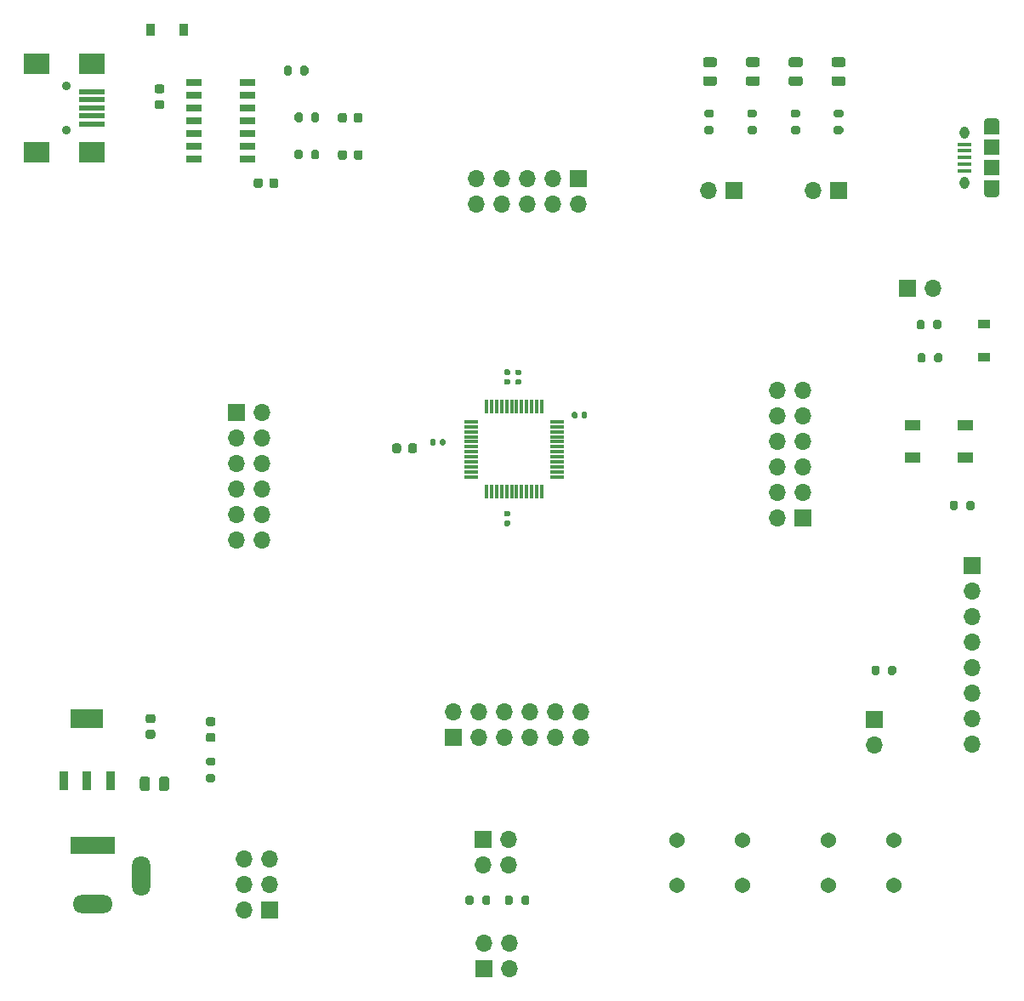
<source format=gts>
G04 #@! TF.GenerationSoftware,KiCad,Pcbnew,(5.1.10)-1*
G04 #@! TF.CreationDate,2022-01-02T12:56:15-07:00*
G04 #@! TF.ProjectId,SAMD21,53414d44-3231-42e6-9b69-6361645f7063,rev?*
G04 #@! TF.SameCoordinates,Original*
G04 #@! TF.FileFunction,Soldermask,Top*
G04 #@! TF.FilePolarity,Negative*
%FSLAX46Y46*%
G04 Gerber Fmt 4.6, Leading zero omitted, Abs format (unit mm)*
G04 Created by KiCad (PCBNEW (5.1.10)-1) date 2022-01-02 12:56:15*
%MOMM*%
%LPD*%
G01*
G04 APERTURE LIST*
%ADD10O,1.550000X0.890000*%
%ADD11R,1.550000X1.200000*%
%ADD12R,1.550000X1.500000*%
%ADD13O,0.950000X1.250000*%
%ADD14R,1.350000X0.400000*%
%ADD15R,4.400000X1.800000*%
%ADD16O,4.000000X1.800000*%
%ADD17O,1.800000X4.000000*%
%ADD18O,1.700000X1.700000*%
%ADD19R,1.700000X1.700000*%
%ADD20C,1.540000*%
%ADD21R,1.550000X1.000000*%
%ADD22C,0.900000*%
%ADD23R,2.500000X0.500000*%
%ADD24R,2.500000X2.000000*%
%ADD25R,1.500000X0.650000*%
%ADD26R,3.200000X1.850000*%
%ADD27R,0.900000X1.850000*%
%ADD28R,0.300000X1.475000*%
%ADD29R,1.475000X0.300000*%
%ADD30R,0.900000X1.200000*%
%ADD31R,1.200000X0.900000*%
G04 APERTURE END LIST*
D10*
X162550000Y-52450000D03*
X162550000Y-59450000D03*
D11*
X162550000Y-53050000D03*
X162550000Y-58850000D03*
D12*
X162550000Y-54950000D03*
X162550000Y-56950000D03*
D13*
X159850000Y-53450000D03*
X159850000Y-58450000D03*
D14*
X159850000Y-54650000D03*
X159850000Y-55300000D03*
X159850000Y-55950000D03*
X159850000Y-56600000D03*
X159850000Y-57250000D03*
D15*
X73050000Y-124450000D03*
D16*
X73050000Y-130250000D03*
D17*
X77850000Y-127450000D03*
G36*
G01*
X147756250Y-46950000D02*
X146843750Y-46950000D01*
G75*
G02*
X146600000Y-46706250I0J243750D01*
G01*
X146600000Y-46218750D01*
G75*
G02*
X146843750Y-45975000I243750J0D01*
G01*
X147756250Y-45975000D01*
G75*
G02*
X148000000Y-46218750I0J-243750D01*
G01*
X148000000Y-46706250D01*
G75*
G02*
X147756250Y-46950000I-243750J0D01*
G01*
G37*
G36*
G01*
X147756250Y-48825000D02*
X146843750Y-48825000D01*
G75*
G02*
X146600000Y-48581250I0J243750D01*
G01*
X146600000Y-48093750D01*
G75*
G02*
X146843750Y-47850000I243750J0D01*
G01*
X147756250Y-47850000D01*
G75*
G02*
X148000000Y-48093750I0J-243750D01*
G01*
X148000000Y-48581250D01*
G75*
G02*
X147756250Y-48825000I-243750J0D01*
G01*
G37*
G36*
G01*
X143489582Y-46950000D02*
X142577082Y-46950000D01*
G75*
G02*
X142333332Y-46706250I0J243750D01*
G01*
X142333332Y-46218750D01*
G75*
G02*
X142577082Y-45975000I243750J0D01*
G01*
X143489582Y-45975000D01*
G75*
G02*
X143733332Y-46218750I0J-243750D01*
G01*
X143733332Y-46706250D01*
G75*
G02*
X143489582Y-46950000I-243750J0D01*
G01*
G37*
G36*
G01*
X143489582Y-48825000D02*
X142577082Y-48825000D01*
G75*
G02*
X142333332Y-48581250I0J243750D01*
G01*
X142333332Y-48093750D01*
G75*
G02*
X142577082Y-47850000I243750J0D01*
G01*
X143489582Y-47850000D01*
G75*
G02*
X143733332Y-48093750I0J-243750D01*
G01*
X143733332Y-48581250D01*
G75*
G02*
X143489582Y-48825000I-243750J0D01*
G01*
G37*
G36*
G01*
X139222916Y-46950000D02*
X138310416Y-46950000D01*
G75*
G02*
X138066666Y-46706250I0J243750D01*
G01*
X138066666Y-46218750D01*
G75*
G02*
X138310416Y-45975000I243750J0D01*
G01*
X139222916Y-45975000D01*
G75*
G02*
X139466666Y-46218750I0J-243750D01*
G01*
X139466666Y-46706250D01*
G75*
G02*
X139222916Y-46950000I-243750J0D01*
G01*
G37*
G36*
G01*
X139222916Y-48825000D02*
X138310416Y-48825000D01*
G75*
G02*
X138066666Y-48581250I0J243750D01*
G01*
X138066666Y-48093750D01*
G75*
G02*
X138310416Y-47850000I243750J0D01*
G01*
X139222916Y-47850000D01*
G75*
G02*
X139466666Y-48093750I0J-243750D01*
G01*
X139466666Y-48581250D01*
G75*
G02*
X139222916Y-48825000I-243750J0D01*
G01*
G37*
G36*
G01*
X134956250Y-46950000D02*
X134043750Y-46950000D01*
G75*
G02*
X133800000Y-46706250I0J243750D01*
G01*
X133800000Y-46218750D01*
G75*
G02*
X134043750Y-45975000I243750J0D01*
G01*
X134956250Y-45975000D01*
G75*
G02*
X135200000Y-46218750I0J-243750D01*
G01*
X135200000Y-46706250D01*
G75*
G02*
X134956250Y-46950000I-243750J0D01*
G01*
G37*
G36*
G01*
X134956250Y-48825000D02*
X134043750Y-48825000D01*
G75*
G02*
X133800000Y-48581250I0J243750D01*
G01*
X133800000Y-48093750D01*
G75*
G02*
X134043750Y-47850000I243750J0D01*
G01*
X134956250Y-47850000D01*
G75*
G02*
X135200000Y-48093750I0J-243750D01*
G01*
X135200000Y-48581250D01*
G75*
G02*
X134956250Y-48825000I-243750J0D01*
G01*
G37*
D18*
X88160000Y-125820000D03*
X90700000Y-125820000D03*
X88160000Y-128360000D03*
X90700000Y-128360000D03*
X88160000Y-130900000D03*
D19*
X90700000Y-130900000D03*
D18*
X141200000Y-79120000D03*
X143740000Y-79120000D03*
X141200000Y-81660000D03*
X143740000Y-81660000D03*
X141200000Y-84200000D03*
X143740000Y-84200000D03*
X141200000Y-86740000D03*
X143740000Y-86740000D03*
X141200000Y-89280000D03*
X143740000Y-89280000D03*
X141200000Y-91820000D03*
D19*
X143740000Y-91820000D03*
D20*
X137700000Y-128400000D03*
X131200000Y-128400000D03*
X137700000Y-123900000D03*
X131200000Y-123900000D03*
X152800000Y-128400000D03*
X146300000Y-128400000D03*
X152800000Y-123900000D03*
X146300000Y-123900000D03*
D21*
X154675000Y-82600000D03*
X159925000Y-82600000D03*
X154675000Y-85800000D03*
X159925000Y-85800000D03*
G36*
G01*
X152225000Y-107275000D02*
X152225000Y-106725000D01*
G75*
G02*
X152425000Y-106525000I200000J0D01*
G01*
X152825000Y-106525000D01*
G75*
G02*
X153025000Y-106725000I0J-200000D01*
G01*
X153025000Y-107275000D01*
G75*
G02*
X152825000Y-107475000I-200000J0D01*
G01*
X152425000Y-107475000D01*
G75*
G02*
X152225000Y-107275000I0J200000D01*
G01*
G37*
G36*
G01*
X150575000Y-107275000D02*
X150575000Y-106725000D01*
G75*
G02*
X150775000Y-106525000I200000J0D01*
G01*
X151175000Y-106525000D01*
G75*
G02*
X151375000Y-106725000I0J-200000D01*
G01*
X151375000Y-107275000D01*
G75*
G02*
X151175000Y-107475000I-200000J0D01*
G01*
X150775000Y-107475000D01*
G75*
G02*
X150575000Y-107275000I0J200000D01*
G01*
G37*
G36*
G01*
X110975000Y-129625000D02*
X110975000Y-130175000D01*
G75*
G02*
X110775000Y-130375000I-200000J0D01*
G01*
X110375000Y-130375000D01*
G75*
G02*
X110175000Y-130175000I0J200000D01*
G01*
X110175000Y-129625000D01*
G75*
G02*
X110375000Y-129425000I200000J0D01*
G01*
X110775000Y-129425000D01*
G75*
G02*
X110975000Y-129625000I0J-200000D01*
G01*
G37*
G36*
G01*
X112625000Y-129625000D02*
X112625000Y-130175000D01*
G75*
G02*
X112425000Y-130375000I-200000J0D01*
G01*
X112025000Y-130375000D01*
G75*
G02*
X111825000Y-130175000I0J200000D01*
G01*
X111825000Y-129625000D01*
G75*
G02*
X112025000Y-129425000I200000J0D01*
G01*
X112425000Y-129425000D01*
G75*
G02*
X112625000Y-129625000I0J-200000D01*
G01*
G37*
G36*
G01*
X94800000Y-52235000D02*
X94800000Y-51685000D01*
G75*
G02*
X95000000Y-51485000I200000J0D01*
G01*
X95400000Y-51485000D01*
G75*
G02*
X95600000Y-51685000I0J-200000D01*
G01*
X95600000Y-52235000D01*
G75*
G02*
X95400000Y-52435000I-200000J0D01*
G01*
X95000000Y-52435000D01*
G75*
G02*
X94800000Y-52235000I0J200000D01*
G01*
G37*
G36*
G01*
X93150000Y-52235000D02*
X93150000Y-51685000D01*
G75*
G02*
X93350000Y-51485000I200000J0D01*
G01*
X93750000Y-51485000D01*
G75*
G02*
X93950000Y-51685000I0J-200000D01*
G01*
X93950000Y-52235000D01*
G75*
G02*
X93750000Y-52435000I-200000J0D01*
G01*
X93350000Y-52435000D01*
G75*
G02*
X93150000Y-52235000I0J200000D01*
G01*
G37*
G36*
G01*
X94800000Y-55935000D02*
X94800000Y-55385000D01*
G75*
G02*
X95000000Y-55185000I200000J0D01*
G01*
X95400000Y-55185000D01*
G75*
G02*
X95600000Y-55385000I0J-200000D01*
G01*
X95600000Y-55935000D01*
G75*
G02*
X95400000Y-56135000I-200000J0D01*
G01*
X95000000Y-56135000D01*
G75*
G02*
X94800000Y-55935000I0J200000D01*
G01*
G37*
G36*
G01*
X93150000Y-55935000D02*
X93150000Y-55385000D01*
G75*
G02*
X93350000Y-55185000I200000J0D01*
G01*
X93750000Y-55185000D01*
G75*
G02*
X93950000Y-55385000I0J-200000D01*
G01*
X93950000Y-55935000D01*
G75*
G02*
X93750000Y-56135000I-200000J0D01*
G01*
X93350000Y-56135000D01*
G75*
G02*
X93150000Y-55935000I0J200000D01*
G01*
G37*
G36*
G01*
X115725000Y-130175000D02*
X115725000Y-129625000D01*
G75*
G02*
X115925000Y-129425000I200000J0D01*
G01*
X116325000Y-129425000D01*
G75*
G02*
X116525000Y-129625000I0J-200000D01*
G01*
X116525000Y-130175000D01*
G75*
G02*
X116325000Y-130375000I-200000J0D01*
G01*
X115925000Y-130375000D01*
G75*
G02*
X115725000Y-130175000I0J200000D01*
G01*
G37*
G36*
G01*
X114075000Y-130175000D02*
X114075000Y-129625000D01*
G75*
G02*
X114275000Y-129425000I200000J0D01*
G01*
X114675000Y-129425000D01*
G75*
G02*
X114875000Y-129625000I0J-200000D01*
G01*
X114875000Y-130175000D01*
G75*
G02*
X114675000Y-130375000I-200000J0D01*
G01*
X114275000Y-130375000D01*
G75*
G02*
X114075000Y-130175000I0J200000D01*
G01*
G37*
G36*
G01*
X92875000Y-47025000D02*
X92875000Y-47575000D01*
G75*
G02*
X92675000Y-47775000I-200000J0D01*
G01*
X92275000Y-47775000D01*
G75*
G02*
X92075000Y-47575000I0J200000D01*
G01*
X92075000Y-47025000D01*
G75*
G02*
X92275000Y-46825000I200000J0D01*
G01*
X92675000Y-46825000D01*
G75*
G02*
X92875000Y-47025000I0J-200000D01*
G01*
G37*
G36*
G01*
X94525000Y-47025000D02*
X94525000Y-47575000D01*
G75*
G02*
X94325000Y-47775000I-200000J0D01*
G01*
X93925000Y-47775000D01*
G75*
G02*
X93725000Y-47575000I0J200000D01*
G01*
X93725000Y-47025000D01*
G75*
G02*
X93925000Y-46825000I200000J0D01*
G01*
X94325000Y-46825000D01*
G75*
G02*
X94525000Y-47025000I0J-200000D01*
G01*
G37*
G36*
G01*
X147025000Y-52825000D02*
X147575000Y-52825000D01*
G75*
G02*
X147775000Y-53025000I0J-200000D01*
G01*
X147775000Y-53425000D01*
G75*
G02*
X147575000Y-53625000I-200000J0D01*
G01*
X147025000Y-53625000D01*
G75*
G02*
X146825000Y-53425000I0J200000D01*
G01*
X146825000Y-53025000D01*
G75*
G02*
X147025000Y-52825000I200000J0D01*
G01*
G37*
G36*
G01*
X147025000Y-51175000D02*
X147575000Y-51175000D01*
G75*
G02*
X147775000Y-51375000I0J-200000D01*
G01*
X147775000Y-51775000D01*
G75*
G02*
X147575000Y-51975000I-200000J0D01*
G01*
X147025000Y-51975000D01*
G75*
G02*
X146825000Y-51775000I0J200000D01*
G01*
X146825000Y-51375000D01*
G75*
G02*
X147025000Y-51175000I200000J0D01*
G01*
G37*
G36*
G01*
X142725000Y-52825000D02*
X143275000Y-52825000D01*
G75*
G02*
X143475000Y-53025000I0J-200000D01*
G01*
X143475000Y-53425000D01*
G75*
G02*
X143275000Y-53625000I-200000J0D01*
G01*
X142725000Y-53625000D01*
G75*
G02*
X142525000Y-53425000I0J200000D01*
G01*
X142525000Y-53025000D01*
G75*
G02*
X142725000Y-52825000I200000J0D01*
G01*
G37*
G36*
G01*
X142725000Y-51175000D02*
X143275000Y-51175000D01*
G75*
G02*
X143475000Y-51375000I0J-200000D01*
G01*
X143475000Y-51775000D01*
G75*
G02*
X143275000Y-51975000I-200000J0D01*
G01*
X142725000Y-51975000D01*
G75*
G02*
X142525000Y-51775000I0J200000D01*
G01*
X142525000Y-51375000D01*
G75*
G02*
X142725000Y-51175000I200000J0D01*
G01*
G37*
G36*
G01*
X138425000Y-52825000D02*
X138975000Y-52825000D01*
G75*
G02*
X139175000Y-53025000I0J-200000D01*
G01*
X139175000Y-53425000D01*
G75*
G02*
X138975000Y-53625000I-200000J0D01*
G01*
X138425000Y-53625000D01*
G75*
G02*
X138225000Y-53425000I0J200000D01*
G01*
X138225000Y-53025000D01*
G75*
G02*
X138425000Y-52825000I200000J0D01*
G01*
G37*
G36*
G01*
X138425000Y-51175000D02*
X138975000Y-51175000D01*
G75*
G02*
X139175000Y-51375000I0J-200000D01*
G01*
X139175000Y-51775000D01*
G75*
G02*
X138975000Y-51975000I-200000J0D01*
G01*
X138425000Y-51975000D01*
G75*
G02*
X138225000Y-51775000I0J200000D01*
G01*
X138225000Y-51375000D01*
G75*
G02*
X138425000Y-51175000I200000J0D01*
G01*
G37*
G36*
G01*
X134125000Y-52825000D02*
X134675000Y-52825000D01*
G75*
G02*
X134875000Y-53025000I0J-200000D01*
G01*
X134875000Y-53425000D01*
G75*
G02*
X134675000Y-53625000I-200000J0D01*
G01*
X134125000Y-53625000D01*
G75*
G02*
X133925000Y-53425000I0J200000D01*
G01*
X133925000Y-53025000D01*
G75*
G02*
X134125000Y-52825000I200000J0D01*
G01*
G37*
G36*
G01*
X134125000Y-51175000D02*
X134675000Y-51175000D01*
G75*
G02*
X134875000Y-51375000I0J-200000D01*
G01*
X134875000Y-51775000D01*
G75*
G02*
X134675000Y-51975000I-200000J0D01*
G01*
X134125000Y-51975000D01*
G75*
G02*
X133925000Y-51775000I0J200000D01*
G01*
X133925000Y-51375000D01*
G75*
G02*
X134125000Y-51175000I200000J0D01*
G01*
G37*
G36*
G01*
X156825000Y-76175000D02*
X156825000Y-75625000D01*
G75*
G02*
X157025000Y-75425000I200000J0D01*
G01*
X157425000Y-75425000D01*
G75*
G02*
X157625000Y-75625000I0J-200000D01*
G01*
X157625000Y-76175000D01*
G75*
G02*
X157425000Y-76375000I-200000J0D01*
G01*
X157025000Y-76375000D01*
G75*
G02*
X156825000Y-76175000I0J200000D01*
G01*
G37*
G36*
G01*
X155175000Y-76175000D02*
X155175000Y-75625000D01*
G75*
G02*
X155375000Y-75425000I200000J0D01*
G01*
X155775000Y-75425000D01*
G75*
G02*
X155975000Y-75625000I0J-200000D01*
G01*
X155975000Y-76175000D01*
G75*
G02*
X155775000Y-76375000I-200000J0D01*
G01*
X155375000Y-76375000D01*
G75*
G02*
X155175000Y-76175000I0J200000D01*
G01*
G37*
G36*
G01*
X155875000Y-72325000D02*
X155875000Y-72875000D01*
G75*
G02*
X155675000Y-73075000I-200000J0D01*
G01*
X155275000Y-73075000D01*
G75*
G02*
X155075000Y-72875000I0J200000D01*
G01*
X155075000Y-72325000D01*
G75*
G02*
X155275000Y-72125000I200000J0D01*
G01*
X155675000Y-72125000D01*
G75*
G02*
X155875000Y-72325000I0J-200000D01*
G01*
G37*
G36*
G01*
X157525000Y-72325000D02*
X157525000Y-72875000D01*
G75*
G02*
X157325000Y-73075000I-200000J0D01*
G01*
X156925000Y-73075000D01*
G75*
G02*
X156725000Y-72875000I0J200000D01*
G01*
X156725000Y-72325000D01*
G75*
G02*
X156925000Y-72125000I200000J0D01*
G01*
X157325000Y-72125000D01*
G75*
G02*
X157525000Y-72325000I0J-200000D01*
G01*
G37*
G36*
G01*
X84525000Y-117325000D02*
X85075000Y-117325000D01*
G75*
G02*
X85275000Y-117525000I0J-200000D01*
G01*
X85275000Y-117925000D01*
G75*
G02*
X85075000Y-118125000I-200000J0D01*
G01*
X84525000Y-118125000D01*
G75*
G02*
X84325000Y-117925000I0J200000D01*
G01*
X84325000Y-117525000D01*
G75*
G02*
X84525000Y-117325000I200000J0D01*
G01*
G37*
G36*
G01*
X84525000Y-115675000D02*
X85075000Y-115675000D01*
G75*
G02*
X85275000Y-115875000I0J-200000D01*
G01*
X85275000Y-116275000D01*
G75*
G02*
X85075000Y-116475000I-200000J0D01*
G01*
X84525000Y-116475000D01*
G75*
G02*
X84325000Y-116275000I0J200000D01*
G01*
X84325000Y-115875000D01*
G75*
G02*
X84525000Y-115675000I200000J0D01*
G01*
G37*
G36*
G01*
X160025000Y-90875000D02*
X160025000Y-90325000D01*
G75*
G02*
X160225000Y-90125000I200000J0D01*
G01*
X160625000Y-90125000D01*
G75*
G02*
X160825000Y-90325000I0J-200000D01*
G01*
X160825000Y-90875000D01*
G75*
G02*
X160625000Y-91075000I-200000J0D01*
G01*
X160225000Y-91075000D01*
G75*
G02*
X160025000Y-90875000I0J200000D01*
G01*
G37*
G36*
G01*
X158375000Y-90875000D02*
X158375000Y-90325000D01*
G75*
G02*
X158575000Y-90125000I200000J0D01*
G01*
X158975000Y-90125000D01*
G75*
G02*
X159175000Y-90325000I0J-200000D01*
G01*
X159175000Y-90875000D01*
G75*
G02*
X158975000Y-91075000I-200000J0D01*
G01*
X158575000Y-91075000D01*
G75*
G02*
X158375000Y-90875000I0J200000D01*
G01*
G37*
G36*
G01*
X103750000Y-84643750D02*
X103750000Y-85156250D01*
G75*
G02*
X103531250Y-85375000I-218750J0D01*
G01*
X103093750Y-85375000D01*
G75*
G02*
X102875000Y-85156250I0J218750D01*
G01*
X102875000Y-84643750D01*
G75*
G02*
X103093750Y-84425000I218750J0D01*
G01*
X103531250Y-84425000D01*
G75*
G02*
X103750000Y-84643750I0J-218750D01*
G01*
G37*
G36*
G01*
X105325000Y-84643750D02*
X105325000Y-85156250D01*
G75*
G02*
X105106250Y-85375000I-218750J0D01*
G01*
X104668750Y-85375000D01*
G75*
G02*
X104450000Y-85156250I0J218750D01*
G01*
X104450000Y-84643750D01*
G75*
G02*
X104668750Y-84425000I218750J0D01*
G01*
X105106250Y-84425000D01*
G75*
G02*
X105325000Y-84643750I0J-218750D01*
G01*
G37*
D18*
X160600000Y-114380000D03*
X160600000Y-111840000D03*
X160600000Y-109300000D03*
X160600000Y-106760000D03*
X160600000Y-104220000D03*
X160600000Y-101680000D03*
X160600000Y-99140000D03*
D19*
X160600000Y-96600000D03*
D18*
X111240000Y-60600000D03*
X111240000Y-58060000D03*
X113780000Y-60600000D03*
X113780000Y-58060000D03*
X116320000Y-60600000D03*
X116320000Y-58060000D03*
X118860000Y-60600000D03*
X118860000Y-58060000D03*
X121400000Y-60600000D03*
D19*
X121400000Y-58060000D03*
D18*
X150900000Y-114400000D03*
D19*
X150900000Y-111860000D03*
D18*
X121640000Y-111100000D03*
X121640000Y-113640000D03*
X119100000Y-111100000D03*
X119100000Y-113640000D03*
X116560000Y-111100000D03*
X116560000Y-113640000D03*
X114020000Y-111100000D03*
X114020000Y-113640000D03*
X111480000Y-111100000D03*
X111480000Y-113640000D03*
X108940000Y-111100000D03*
D19*
X108940000Y-113640000D03*
D18*
X89940000Y-94000000D03*
X87400000Y-94000000D03*
X89940000Y-91460000D03*
X87400000Y-91460000D03*
X89940000Y-88920000D03*
X87400000Y-88920000D03*
X89940000Y-86380000D03*
X87400000Y-86380000D03*
X89940000Y-83840000D03*
X87400000Y-83840000D03*
X89940000Y-81300000D03*
D19*
X87400000Y-81300000D03*
D18*
X114540000Y-134160000D03*
X114540000Y-136700000D03*
X112000000Y-134160000D03*
D19*
X112000000Y-136700000D03*
D18*
X114440000Y-126340000D03*
X111900000Y-126340000D03*
X114440000Y-123800000D03*
D19*
X111900000Y-123800000D03*
D18*
X144760000Y-59200000D03*
D19*
X147300000Y-59200000D03*
D22*
X70400000Y-53200000D03*
X70400000Y-48800000D03*
D23*
X73000000Y-52600000D03*
X73000000Y-51800000D03*
X73000000Y-51000000D03*
X73000000Y-50200000D03*
X73000000Y-49400000D03*
D24*
X73000000Y-55400000D03*
X73000000Y-46600000D03*
X67500000Y-55400000D03*
X67500000Y-46600000D03*
D18*
X134360000Y-59200000D03*
D19*
X136900000Y-59200000D03*
D18*
X156740000Y-69000000D03*
D19*
X154200000Y-69000000D03*
D25*
X83100000Y-56110000D03*
X83100000Y-54840000D03*
X83100000Y-53570000D03*
X83100000Y-52300000D03*
X83100000Y-51030000D03*
X83100000Y-49760000D03*
X83100000Y-48490000D03*
X88500000Y-48490000D03*
X88500000Y-49760000D03*
X88500000Y-51030000D03*
X88500000Y-52300000D03*
X88500000Y-53570000D03*
X88500000Y-54840000D03*
X88500000Y-56110000D03*
D26*
X72500000Y-111800000D03*
D27*
X74800000Y-118000000D03*
X72500000Y-118000000D03*
X70200000Y-118000000D03*
D28*
X112250000Y-80762000D03*
X112750000Y-80762000D03*
X113250000Y-80762000D03*
X113750000Y-80762000D03*
X114250000Y-80762000D03*
X114750000Y-80762000D03*
X115250000Y-80762000D03*
X115750000Y-80762000D03*
X116250000Y-80762000D03*
X116750000Y-80762000D03*
X117250000Y-80762000D03*
X117750000Y-80762000D03*
D29*
X119238000Y-82250000D03*
X119238000Y-82750000D03*
X119238000Y-83250000D03*
X119238000Y-83750000D03*
X119238000Y-84250000D03*
X119238000Y-84750000D03*
X119238000Y-85250000D03*
X119238000Y-85750000D03*
X119238000Y-86250000D03*
X119238000Y-86750000D03*
X119238000Y-87250000D03*
X119238000Y-87750000D03*
D28*
X117750000Y-89238000D03*
X117250000Y-89238000D03*
X116750000Y-89238000D03*
X116250000Y-89238000D03*
X115750000Y-89238000D03*
X115250000Y-89238000D03*
X114750000Y-89238000D03*
X114250000Y-89238000D03*
X113750000Y-89238000D03*
X113250000Y-89238000D03*
X112750000Y-89238000D03*
X112250000Y-89238000D03*
D29*
X110762000Y-87750000D03*
X110762000Y-87250000D03*
X110762000Y-86750000D03*
X110762000Y-86250000D03*
X110762000Y-85750000D03*
X110762000Y-85250000D03*
X110762000Y-84750000D03*
X110762000Y-84250000D03*
X110762000Y-83750000D03*
X110762000Y-83250000D03*
X110762000Y-82750000D03*
X110762000Y-82250000D03*
G36*
G01*
X99050000Y-52256250D02*
X99050000Y-51743750D01*
G75*
G02*
X99268750Y-51525000I218750J0D01*
G01*
X99706250Y-51525000D01*
G75*
G02*
X99925000Y-51743750I0J-218750D01*
G01*
X99925000Y-52256250D01*
G75*
G02*
X99706250Y-52475000I-218750J0D01*
G01*
X99268750Y-52475000D01*
G75*
G02*
X99050000Y-52256250I0J218750D01*
G01*
G37*
G36*
G01*
X97475000Y-52256250D02*
X97475000Y-51743750D01*
G75*
G02*
X97693750Y-51525000I218750J0D01*
G01*
X98131250Y-51525000D01*
G75*
G02*
X98350000Y-51743750I0J-218750D01*
G01*
X98350000Y-52256250D01*
G75*
G02*
X98131250Y-52475000I-218750J0D01*
G01*
X97693750Y-52475000D01*
G75*
G02*
X97475000Y-52256250I0J218750D01*
G01*
G37*
G36*
G01*
X99050000Y-55956250D02*
X99050000Y-55443750D01*
G75*
G02*
X99268750Y-55225000I218750J0D01*
G01*
X99706250Y-55225000D01*
G75*
G02*
X99925000Y-55443750I0J-218750D01*
G01*
X99925000Y-55956250D01*
G75*
G02*
X99706250Y-56175000I-218750J0D01*
G01*
X99268750Y-56175000D01*
G75*
G02*
X99050000Y-55956250I0J218750D01*
G01*
G37*
G36*
G01*
X97475000Y-55956250D02*
X97475000Y-55443750D01*
G75*
G02*
X97693750Y-55225000I218750J0D01*
G01*
X98131250Y-55225000D01*
G75*
G02*
X98350000Y-55443750I0J-218750D01*
G01*
X98350000Y-55956250D01*
G75*
G02*
X98131250Y-56175000I-218750J0D01*
G01*
X97693750Y-56175000D01*
G75*
G02*
X97475000Y-55956250I0J218750D01*
G01*
G37*
D30*
X78850000Y-43200000D03*
X82150000Y-43200000D03*
D31*
X161800000Y-72550000D03*
X161800000Y-75850000D03*
G36*
G01*
X85056250Y-112550000D02*
X84543750Y-112550000D01*
G75*
G02*
X84325000Y-112331250I0J218750D01*
G01*
X84325000Y-111893750D01*
G75*
G02*
X84543750Y-111675000I218750J0D01*
G01*
X85056250Y-111675000D01*
G75*
G02*
X85275000Y-111893750I0J-218750D01*
G01*
X85275000Y-112331250D01*
G75*
G02*
X85056250Y-112550000I-218750J0D01*
G01*
G37*
G36*
G01*
X85056250Y-114125000D02*
X84543750Y-114125000D01*
G75*
G02*
X84325000Y-113906250I0J218750D01*
G01*
X84325000Y-113468750D01*
G75*
G02*
X84543750Y-113250000I218750J0D01*
G01*
X85056250Y-113250000D01*
G75*
G02*
X85275000Y-113468750I0J-218750D01*
G01*
X85275000Y-113906250D01*
G75*
G02*
X85056250Y-114125000I-218750J0D01*
G01*
G37*
G36*
G01*
X90625000Y-58750000D02*
X90625000Y-58250000D01*
G75*
G02*
X90850000Y-58025000I225000J0D01*
G01*
X91300000Y-58025000D01*
G75*
G02*
X91525000Y-58250000I0J-225000D01*
G01*
X91525000Y-58750000D01*
G75*
G02*
X91300000Y-58975000I-225000J0D01*
G01*
X90850000Y-58975000D01*
G75*
G02*
X90625000Y-58750000I0J225000D01*
G01*
G37*
G36*
G01*
X89075000Y-58750000D02*
X89075000Y-58250000D01*
G75*
G02*
X89300000Y-58025000I225000J0D01*
G01*
X89750000Y-58025000D01*
G75*
G02*
X89975000Y-58250000I0J-225000D01*
G01*
X89975000Y-58750000D01*
G75*
G02*
X89750000Y-58975000I-225000J0D01*
G01*
X89300000Y-58975000D01*
G75*
G02*
X89075000Y-58750000I0J225000D01*
G01*
G37*
G36*
G01*
X79450000Y-50225000D02*
X79950000Y-50225000D01*
G75*
G02*
X80175000Y-50450000I0J-225000D01*
G01*
X80175000Y-50900000D01*
G75*
G02*
X79950000Y-51125000I-225000J0D01*
G01*
X79450000Y-51125000D01*
G75*
G02*
X79225000Y-50900000I0J225000D01*
G01*
X79225000Y-50450000D01*
G75*
G02*
X79450000Y-50225000I225000J0D01*
G01*
G37*
G36*
G01*
X79450000Y-48675000D02*
X79950000Y-48675000D01*
G75*
G02*
X80175000Y-48900000I0J-225000D01*
G01*
X80175000Y-49350000D01*
G75*
G02*
X79950000Y-49575000I-225000J0D01*
G01*
X79450000Y-49575000D01*
G75*
G02*
X79225000Y-49350000I0J225000D01*
G01*
X79225000Y-48900000D01*
G75*
G02*
X79450000Y-48675000I225000J0D01*
G01*
G37*
G36*
G01*
X115570000Y-77620000D02*
X115230000Y-77620000D01*
G75*
G02*
X115090000Y-77480000I0J140000D01*
G01*
X115090000Y-77200000D01*
G75*
G02*
X115230000Y-77060000I140000J0D01*
G01*
X115570000Y-77060000D01*
G75*
G02*
X115710000Y-77200000I0J-140000D01*
G01*
X115710000Y-77480000D01*
G75*
G02*
X115570000Y-77620000I-140000J0D01*
G01*
G37*
G36*
G01*
X115570000Y-78580000D02*
X115230000Y-78580000D01*
G75*
G02*
X115090000Y-78440000I0J140000D01*
G01*
X115090000Y-78160000D01*
G75*
G02*
X115230000Y-78020000I140000J0D01*
G01*
X115570000Y-78020000D01*
G75*
G02*
X115710000Y-78160000I0J-140000D01*
G01*
X115710000Y-78440000D01*
G75*
G02*
X115570000Y-78580000I-140000J0D01*
G01*
G37*
G36*
G01*
X107600000Y-84470000D02*
X107600000Y-84130000D01*
G75*
G02*
X107740000Y-83990000I140000J0D01*
G01*
X108020000Y-83990000D01*
G75*
G02*
X108160000Y-84130000I0J-140000D01*
G01*
X108160000Y-84470000D01*
G75*
G02*
X108020000Y-84610000I-140000J0D01*
G01*
X107740000Y-84610000D01*
G75*
G02*
X107600000Y-84470000I0J140000D01*
G01*
G37*
G36*
G01*
X106640000Y-84470000D02*
X106640000Y-84130000D01*
G75*
G02*
X106780000Y-83990000I140000J0D01*
G01*
X107060000Y-83990000D01*
G75*
G02*
X107200000Y-84130000I0J-140000D01*
G01*
X107200000Y-84470000D01*
G75*
G02*
X107060000Y-84610000I-140000J0D01*
G01*
X106780000Y-84610000D01*
G75*
G02*
X106640000Y-84470000I0J140000D01*
G01*
G37*
G36*
G01*
X78550000Y-112925000D02*
X79050000Y-112925000D01*
G75*
G02*
X79275000Y-113150000I0J-225000D01*
G01*
X79275000Y-113600000D01*
G75*
G02*
X79050000Y-113825000I-225000J0D01*
G01*
X78550000Y-113825000D01*
G75*
G02*
X78325000Y-113600000I0J225000D01*
G01*
X78325000Y-113150000D01*
G75*
G02*
X78550000Y-112925000I225000J0D01*
G01*
G37*
G36*
G01*
X78550000Y-111375000D02*
X79050000Y-111375000D01*
G75*
G02*
X79275000Y-111600000I0J-225000D01*
G01*
X79275000Y-112050000D01*
G75*
G02*
X79050000Y-112275000I-225000J0D01*
G01*
X78550000Y-112275000D01*
G75*
G02*
X78325000Y-112050000I0J225000D01*
G01*
X78325000Y-111600000D01*
G75*
G02*
X78550000Y-111375000I225000J0D01*
G01*
G37*
G36*
G01*
X114470000Y-77600000D02*
X114130000Y-77600000D01*
G75*
G02*
X113990000Y-77460000I0J140000D01*
G01*
X113990000Y-77180000D01*
G75*
G02*
X114130000Y-77040000I140000J0D01*
G01*
X114470000Y-77040000D01*
G75*
G02*
X114610000Y-77180000I0J-140000D01*
G01*
X114610000Y-77460000D01*
G75*
G02*
X114470000Y-77600000I-140000J0D01*
G01*
G37*
G36*
G01*
X114470000Y-78560000D02*
X114130000Y-78560000D01*
G75*
G02*
X113990000Y-78420000I0J140000D01*
G01*
X113990000Y-78140000D01*
G75*
G02*
X114130000Y-78000000I140000J0D01*
G01*
X114470000Y-78000000D01*
G75*
G02*
X114610000Y-78140000I0J-140000D01*
G01*
X114610000Y-78420000D01*
G75*
G02*
X114470000Y-78560000I-140000J0D01*
G01*
G37*
G36*
G01*
X79650000Y-118775000D02*
X79650000Y-117825000D01*
G75*
G02*
X79900000Y-117575000I250000J0D01*
G01*
X80400000Y-117575000D01*
G75*
G02*
X80650000Y-117825000I0J-250000D01*
G01*
X80650000Y-118775000D01*
G75*
G02*
X80400000Y-119025000I-250000J0D01*
G01*
X79900000Y-119025000D01*
G75*
G02*
X79650000Y-118775000I0J250000D01*
G01*
G37*
G36*
G01*
X77750000Y-118775000D02*
X77750000Y-117825000D01*
G75*
G02*
X78000000Y-117575000I250000J0D01*
G01*
X78500000Y-117575000D01*
G75*
G02*
X78750000Y-117825000I0J-250000D01*
G01*
X78750000Y-118775000D01*
G75*
G02*
X78500000Y-119025000I-250000J0D01*
G01*
X78000000Y-119025000D01*
G75*
G02*
X77750000Y-118775000I0J250000D01*
G01*
G37*
G36*
G01*
X121700000Y-81770000D02*
X121700000Y-81430000D01*
G75*
G02*
X121840000Y-81290000I140000J0D01*
G01*
X122120000Y-81290000D01*
G75*
G02*
X122260000Y-81430000I0J-140000D01*
G01*
X122260000Y-81770000D01*
G75*
G02*
X122120000Y-81910000I-140000J0D01*
G01*
X121840000Y-81910000D01*
G75*
G02*
X121700000Y-81770000I0J140000D01*
G01*
G37*
G36*
G01*
X120740000Y-81770000D02*
X120740000Y-81430000D01*
G75*
G02*
X120880000Y-81290000I140000J0D01*
G01*
X121160000Y-81290000D01*
G75*
G02*
X121300000Y-81430000I0J-140000D01*
G01*
X121300000Y-81770000D01*
G75*
G02*
X121160000Y-81910000I-140000J0D01*
G01*
X120880000Y-81910000D01*
G75*
G02*
X120740000Y-81770000I0J140000D01*
G01*
G37*
G36*
G01*
X114130000Y-92100000D02*
X114470000Y-92100000D01*
G75*
G02*
X114610000Y-92240000I0J-140000D01*
G01*
X114610000Y-92520000D01*
G75*
G02*
X114470000Y-92660000I-140000J0D01*
G01*
X114130000Y-92660000D01*
G75*
G02*
X113990000Y-92520000I0J140000D01*
G01*
X113990000Y-92240000D01*
G75*
G02*
X114130000Y-92100000I140000J0D01*
G01*
G37*
G36*
G01*
X114130000Y-91140000D02*
X114470000Y-91140000D01*
G75*
G02*
X114610000Y-91280000I0J-140000D01*
G01*
X114610000Y-91560000D01*
G75*
G02*
X114470000Y-91700000I-140000J0D01*
G01*
X114130000Y-91700000D01*
G75*
G02*
X113990000Y-91560000I0J140000D01*
G01*
X113990000Y-91280000D01*
G75*
G02*
X114130000Y-91140000I140000J0D01*
G01*
G37*
M02*

</source>
